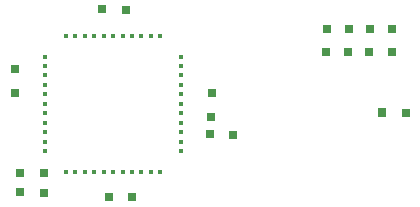
<source format=gbr>
%FSLAX34Y34*%
%MOMM*%
%LNSMDMASK_TOP*%
G71*
G01*
%ADD10R, 0.40X0.40*%
%ADD11R, 0.70X0.80*%
%ADD12R, 0.80X0.70*%
%LPD*%
X74712Y-60875D02*
G54D10*
D03*
X74712Y-68875D02*
G54D10*
D03*
X74712Y-76875D02*
G54D10*
D03*
X74712Y-84875D02*
G54D10*
D03*
X74712Y-92875D02*
G54D10*
D03*
X74712Y-100875D02*
G54D10*
D03*
X74712Y-108875D02*
G54D10*
D03*
X74712Y-116875D02*
G54D10*
D03*
X172212Y-43375D02*
G54D10*
D03*
X164212Y-43375D02*
G54D10*
D03*
X156212Y-43375D02*
G54D10*
D03*
X148212Y-43375D02*
G54D10*
D03*
X140212Y-43375D02*
G54D10*
D03*
X132212Y-43375D02*
G54D10*
D03*
X124212Y-43375D02*
G54D10*
D03*
X116212Y-43375D02*
G54D10*
D03*
X189712Y-116875D02*
G54D10*
D03*
X189712Y-108875D02*
G54D10*
D03*
X189712Y-100875D02*
G54D10*
D03*
X189712Y-92875D02*
G54D10*
D03*
X189712Y-84875D02*
G54D10*
D03*
X189712Y-76875D02*
G54D10*
D03*
X189712Y-68875D02*
G54D10*
D03*
X189712Y-60875D02*
G54D10*
D03*
X116212Y-158375D02*
G54D10*
D03*
X124212Y-158375D02*
G54D10*
D03*
X132212Y-158375D02*
G54D10*
D03*
X140212Y-158375D02*
G54D10*
D03*
X148212Y-158375D02*
G54D10*
D03*
X156212Y-158375D02*
G54D10*
D03*
X164212Y-158375D02*
G54D10*
D03*
X172212Y-158375D02*
G54D10*
D03*
X74712Y-124875D02*
G54D10*
D03*
X74712Y-132875D02*
G54D10*
D03*
X74712Y-140875D02*
G54D10*
D03*
X108212Y-43375D02*
G54D10*
D03*
X100212Y-43375D02*
G54D10*
D03*
X92212Y-43375D02*
G54D10*
D03*
X189712Y-140875D02*
G54D10*
D03*
X189712Y-132875D02*
G54D10*
D03*
X189712Y-124875D02*
G54D10*
D03*
X92212Y-158375D02*
G54D10*
D03*
X100212Y-158375D02*
G54D10*
D03*
X108212Y-158375D02*
G54D10*
D03*
X143100Y-21300D02*
G54D11*
D03*
X123100Y-20800D02*
G54D11*
D03*
X148300Y-180100D02*
G54D11*
D03*
X128300Y-179600D02*
G54D11*
D03*
X215100Y-111700D02*
G54D12*
D03*
X215600Y-91700D02*
G54D12*
D03*
X49400Y-71600D02*
G54D12*
D03*
X48900Y-91600D02*
G54D12*
D03*
X312900Y-37300D02*
G54D12*
D03*
X312400Y-57300D02*
G54D12*
D03*
X349700Y-37300D02*
G54D12*
D03*
X349200Y-57300D02*
G54D12*
D03*
X234100Y-127400D02*
G54D11*
D03*
X214100Y-126900D02*
G54D11*
D03*
X73300Y-159700D02*
G54D11*
D03*
X53300Y-159200D02*
G54D11*
D03*
X73300Y-176100D02*
G54D11*
D03*
X53300Y-175600D02*
G54D11*
D03*
G36*
X356400Y-104100D02*
X363400Y-104100D01*
X363400Y-112100D01*
X356400Y-112100D01*
X356400Y-104100D01*
G37*
X379900Y-108600D02*
G54D11*
D03*
X331300Y-57300D02*
G54D12*
D03*
X331800Y-37300D02*
G54D12*
D03*
X368100Y-57300D02*
G54D12*
D03*
X368600Y-37300D02*
G54D12*
D03*
M02*

</source>
